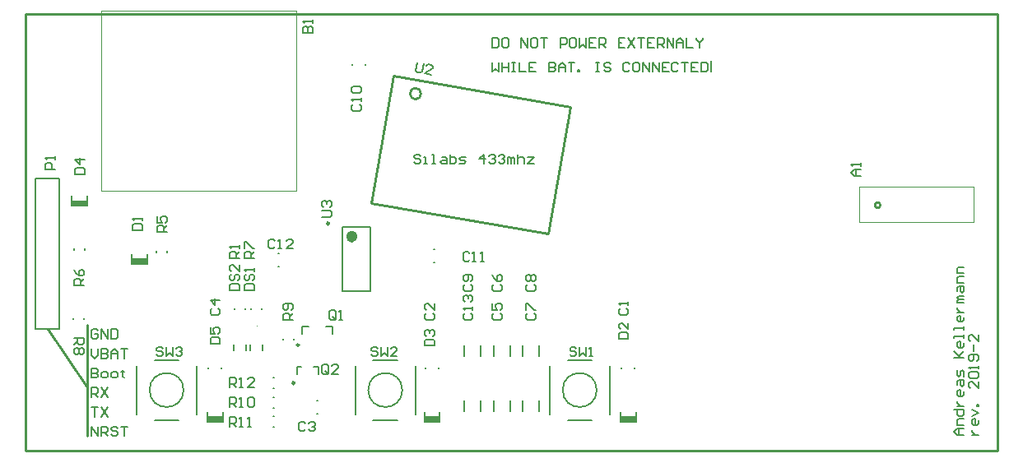
<source format=gto>
G04*
G04 #@! TF.GenerationSoftware,Altium Limited,Altium Designer,19.0.15 (446)*
G04*
G04 Layer_Color=65535*
%FSLAX25Y25*%
%MOIN*%
G70*
G01*
G75*
%ADD10C,0.00500*%
%ADD11C,0.00984*%
%ADD12C,0.00394*%
%ADD13C,0.01000*%
%ADD14C,0.02362*%
%ADD15C,0.00787*%
%ADD16R,0.06299X0.02362*%
D10*
X54134Y14764D02*
G03*
X54134Y14764I-6890J0D01*
G01*
X142717D02*
G03*
X142717Y14764I-6890J0D01*
G01*
X221457D02*
G03*
X221457Y14764I-6890J0D01*
G01*
X42362Y2559D02*
X52126D01*
X59449Y5000D02*
Y24528D01*
X35039Y5000D02*
Y24528D01*
X42362Y26969D02*
X52126D01*
X130945Y2559D02*
X140709D01*
X148031Y5000D02*
Y24528D01*
X123622Y5000D02*
Y24528D01*
X130945Y26969D02*
X140709D01*
X209685Y2559D02*
X219449D01*
X226772Y5000D02*
Y24528D01*
X202362Y5000D02*
Y24528D01*
X209685Y26969D02*
X219449D01*
D11*
X100886Y33071D02*
G03*
X100886Y33071I-492J0D01*
G01*
X99114Y17618D02*
G03*
X99114Y17618I-492J0D01*
G01*
X113130Y82284D02*
G03*
X113130Y82284I-492J0D01*
G01*
D12*
X83942Y40551D02*
G03*
X83942Y40551I-197J0D01*
G01*
X77052D02*
G03*
X77052Y40551I-197J0D01*
G01*
X327756Y97186D02*
X374256Y97186D01*
Y82686D02*
Y97186D01*
X327756Y82686D02*
X374256D01*
X327756D02*
Y97186D01*
X20799Y135390D02*
Y164890D01*
Y168390D01*
X59299D01*
X98299D01*
X99799D01*
Y131890D02*
Y168390D01*
X20799Y131890D02*
Y135390D01*
X99799Y128390D02*
Y131890D01*
X20799Y95390D02*
Y131890D01*
Y95390D02*
X22299D01*
X61299D01*
X99799D01*
Y98890D01*
Y128390D01*
D13*
X150308Y134899D02*
G03*
X150308Y134899I-2236J0D01*
G01*
X336374Y89686D02*
G03*
X336374Y89686I-1118J0D01*
G01*
X14961Y-3937D02*
X14961Y41142D01*
Y15748D02*
Y41142D01*
X-984Y39370D02*
X14961Y15748D01*
X201648Y78025D02*
X210720Y129475D01*
X130114Y90639D02*
X201648Y78025D01*
X130114Y90639D02*
X139186Y142089D01*
X210720Y129475D01*
X-9843Y-9843D02*
X383858D01*
Y167323D01*
X-9843D02*
X383858D01*
X-9843Y-9843D02*
Y167323D01*
D14*
X123465Y76968D02*
G03*
X123465Y76968I-1181J0D01*
G01*
D15*
X98622Y35236D02*
Y35630D01*
X94291Y35236D02*
Y35630D01*
X236910Y23425D02*
Y23819D01*
X231594Y23425D02*
Y23819D01*
X102165Y37350D02*
Y40354D01*
X104724D01*
X114370Y37350D02*
Y40354D01*
X111811D02*
X114370D01*
X90413Y7677D02*
X90807D01*
X90413Y12008D02*
X90807D01*
X157431Y23425D02*
Y23819D01*
X152116Y23425D02*
Y23819D01*
X90413Y-197D02*
X90807D01*
X90413Y4134D02*
X90807D01*
X100000Y21161D02*
Y24311D01*
X101772D01*
X108661Y21161D02*
Y24311D01*
X106890D02*
X108661D01*
X108071Y5217D02*
X108465D01*
X108071Y10531D02*
X108465D01*
X90413Y19882D02*
X90807D01*
X90413Y15551D02*
X90807D01*
X69587Y23425D02*
Y23819D01*
X64272Y23425D02*
Y23819D01*
X63779Y1969D02*
X70079D01*
Y5906D01*
X63779Y1969D02*
Y5906D01*
X151624Y1969D02*
X157923D01*
Y5906D01*
X151624Y1969D02*
Y5906D01*
X231102Y1969D02*
X237402D01*
Y5906D01*
X231102Y1969D02*
Y5906D01*
X167913Y6102D02*
Y10433D01*
X174606Y6102D02*
Y10433D01*
X167913Y28386D02*
Y32717D01*
X174606Y28386D02*
Y32717D01*
X191535Y28386D02*
Y32717D01*
X198228Y28386D02*
Y32717D01*
X81284Y30709D02*
Y33071D01*
X86206Y30709D02*
Y33071D01*
X74395Y30709D02*
Y33071D01*
X79316Y30709D02*
Y33071D01*
X9527Y43504D02*
Y43898D01*
X13858Y43504D02*
Y43898D01*
X179724Y28386D02*
Y32717D01*
X186417Y28386D02*
Y32717D01*
X155315Y66535D02*
X155709D01*
X155315Y71850D02*
X155709D01*
X118347Y54921D02*
Y80905D01*
X129764Y54921D02*
Y80905D01*
X118347D02*
X129764D01*
X118347Y54921D02*
X129764D01*
X191535Y6102D02*
Y10433D01*
X198228Y6102D02*
Y10433D01*
X127657Y146457D02*
Y146850D01*
X122343Y146457D02*
Y146850D01*
X8661Y89478D02*
X14961D01*
Y93415D01*
X8661Y89478D02*
Y93415D01*
X3917Y39469D02*
Y100453D01*
X-5886Y39469D02*
Y100453D01*
Y39469D02*
X3917D01*
X-5886Y100453D02*
X3917D01*
X13976Y71653D02*
Y72047D01*
X9646Y71653D02*
Y72047D01*
X43110Y70669D02*
Y71063D01*
X47441Y70669D02*
Y71063D01*
X33268Y65945D02*
Y69882D01*
X39567Y65945D02*
Y69882D01*
X33268Y65945D02*
X39567D01*
X179724Y6102D02*
Y10433D01*
X186417Y6102D02*
Y10433D01*
X92323Y70177D02*
X92716D01*
X92323Y64862D02*
X92716D01*
X85910Y47441D02*
Y47835D01*
X81580Y47441D02*
Y47835D01*
X74690Y47441D02*
Y47835D01*
X79021Y47441D02*
Y47835D01*
X373360Y-3543D02*
X375984D01*
X374672D01*
X374016Y-2887D01*
X373360Y-2231D01*
Y-1575D01*
X375984Y2360D02*
Y1048D01*
X375328Y392D01*
X374016D01*
X373360Y1048D01*
Y2360D01*
X374016Y3016D01*
X374672D01*
Y392D01*
X373360Y4328D02*
X375984Y5640D01*
X373360Y6952D01*
X375984Y8264D02*
X375328D01*
Y8920D01*
X375984D01*
Y8264D01*
Y18103D02*
Y15480D01*
X373360Y18103D01*
X372705D01*
X372048Y17447D01*
Y16135D01*
X372705Y15480D01*
Y19415D02*
X372048Y20071D01*
Y21383D01*
X372705Y22039D01*
X375328D01*
X375984Y21383D01*
Y20071D01*
X375328Y19415D01*
X372705D01*
X375984Y23351D02*
Y24663D01*
Y24007D01*
X372048D01*
X372705Y23351D01*
X375328Y26631D02*
X375984Y27287D01*
Y28599D01*
X375328Y29254D01*
X372705D01*
X372048Y28599D01*
Y27287D01*
X372705Y26631D01*
X373360D01*
X374016Y27287D01*
Y29254D01*
Y30566D02*
Y33190D01*
X375984Y37126D02*
Y34502D01*
X373360Y37126D01*
X372705D01*
X372048Y36470D01*
Y35158D01*
X372705Y34502D01*
X370079Y-3543D02*
X367455D01*
X366143Y-2231D01*
X367455Y-919D01*
X370079D01*
X368111D01*
Y-3543D01*
X370079Y392D02*
X367455D01*
Y2360D01*
X368111Y3016D01*
X370079D01*
X366143Y6952D02*
X370079D01*
Y4984D01*
X369423Y4328D01*
X368111D01*
X367455Y4984D01*
Y6952D01*
Y8264D02*
X370079D01*
X368767D01*
X368111Y8920D01*
X367455Y9576D01*
Y10232D01*
X370079Y14167D02*
Y12856D01*
X369423Y12200D01*
X368111D01*
X367455Y12856D01*
Y14167D01*
X368111Y14823D01*
X368767D01*
Y12200D01*
X367455Y16791D02*
Y18103D01*
X368111Y18759D01*
X370079D01*
Y16791D01*
X369423Y16135D01*
X368767Y16791D01*
Y18759D01*
X370079Y20071D02*
Y22039D01*
X369423Y22695D01*
X368767Y22039D01*
Y20727D01*
X368111Y20071D01*
X367455Y20727D01*
Y22695D01*
X366143Y27943D02*
X370079D01*
X368767D01*
X366143Y30566D01*
X368111Y28599D01*
X370079Y30566D01*
Y33846D02*
Y32534D01*
X369423Y31878D01*
X368111D01*
X367455Y32534D01*
Y33846D01*
X368111Y34502D01*
X368767D01*
Y31878D01*
X370079Y35814D02*
Y37126D01*
Y36470D01*
X366143D01*
Y35814D01*
X370079Y39094D02*
Y40406D01*
Y39750D01*
X366143D01*
Y39094D01*
X370079Y44342D02*
Y43030D01*
X369423Y42374D01*
X368111D01*
X367455Y43030D01*
Y44342D01*
X368111Y44998D01*
X368767D01*
Y42374D01*
X367455Y46309D02*
X370079D01*
X368767D01*
X368111Y46965D01*
X367455Y47621D01*
Y48277D01*
X370079Y50245D02*
X367455D01*
Y50901D01*
X368111Y51557D01*
X370079D01*
X368111D01*
X367455Y52213D01*
X368111Y52869D01*
X370079D01*
X367455Y54837D02*
Y56149D01*
X368111Y56805D01*
X370079D01*
Y54837D01*
X369423Y54181D01*
X368767Y54837D01*
Y56805D01*
X370079Y58117D02*
X367455D01*
Y60084D01*
X368111Y60741D01*
X370079D01*
Y62052D02*
X367455D01*
Y64020D01*
X368111Y64676D01*
X370079D01*
X179134Y147636D02*
Y143701D01*
X180446Y145013D01*
X181758Y143701D01*
Y147636D01*
X183070D02*
Y143701D01*
Y145669D01*
X185693D01*
Y147636D01*
Y143701D01*
X187005Y147636D02*
X188317D01*
X187661D01*
Y143701D01*
X187005D01*
X188317D01*
X190285Y147636D02*
Y143701D01*
X192909D01*
X196845Y147636D02*
X194221D01*
Y143701D01*
X196845D01*
X194221Y145669D02*
X195533D01*
X202092Y147636D02*
Y143701D01*
X204060D01*
X204716Y144357D01*
Y145013D01*
X204060Y145669D01*
X202092D01*
X204060D01*
X204716Y146325D01*
Y146981D01*
X204060Y147636D01*
X202092D01*
X206028Y143701D02*
Y146325D01*
X207340Y147636D01*
X208652Y146325D01*
Y143701D01*
Y145669D01*
X206028D01*
X209964Y147636D02*
X212588D01*
X211276D01*
Y143701D01*
X213900D02*
Y144357D01*
X214556D01*
Y143701D01*
X213900D01*
X221115Y147636D02*
X222427D01*
X221771D01*
Y143701D01*
X221115D01*
X222427D01*
X227019Y146981D02*
X226363Y147636D01*
X225051D01*
X224395Y146981D01*
Y146325D01*
X225051Y145669D01*
X226363D01*
X227019Y145013D01*
Y144357D01*
X226363Y143701D01*
X225051D01*
X224395Y144357D01*
X234890Y146981D02*
X234234Y147636D01*
X232922D01*
X232266Y146981D01*
Y144357D01*
X232922Y143701D01*
X234234D01*
X234890Y144357D01*
X238170Y147636D02*
X236858D01*
X236202Y146981D01*
Y144357D01*
X236858Y143701D01*
X238170D01*
X238826Y144357D01*
Y146981D01*
X238170Y147636D01*
X240138Y143701D02*
Y147636D01*
X242762Y143701D01*
Y147636D01*
X244074Y143701D02*
Y147636D01*
X246697Y143701D01*
Y147636D01*
X250633D02*
X248009D01*
Y143701D01*
X250633D01*
X248009Y145669D02*
X249321D01*
X254569Y146981D02*
X253913Y147636D01*
X252601D01*
X251945Y146981D01*
Y144357D01*
X252601Y143701D01*
X253913D01*
X254569Y144357D01*
X255881Y147636D02*
X258505D01*
X257193D01*
Y143701D01*
X262440Y147636D02*
X259817D01*
Y143701D01*
X262440D01*
X259817Y145669D02*
X261128D01*
X263752Y147636D02*
Y143701D01*
X265720D01*
X266376Y144357D01*
Y146981D01*
X265720Y147636D01*
X263752D01*
X267688Y145013D02*
Y148293D01*
Y144357D02*
Y143701D01*
X179134Y157479D02*
Y153543D01*
X181102D01*
X181758Y154199D01*
Y156823D01*
X181102Y157479D01*
X179134D01*
X185038D02*
X183726D01*
X183070Y156823D01*
Y154199D01*
X183726Y153543D01*
X185038D01*
X185693Y154199D01*
Y156823D01*
X185038Y157479D01*
X190941Y153543D02*
Y157479D01*
X193565Y153543D01*
Y157479D01*
X196845D02*
X195533D01*
X194877Y156823D01*
Y154199D01*
X195533Y153543D01*
X196845D01*
X197501Y154199D01*
Y156823D01*
X196845Y157479D01*
X198813D02*
X201436D01*
X200125D01*
Y153543D01*
X206684D02*
Y157479D01*
X208652D01*
X209308Y156823D01*
Y155511D01*
X208652Y154855D01*
X206684D01*
X212588Y157479D02*
X211276D01*
X210620Y156823D01*
Y154199D01*
X211276Y153543D01*
X212588D01*
X213244Y154199D01*
Y156823D01*
X212588Y157479D01*
X214556D02*
Y153543D01*
X215867Y154855D01*
X217179Y153543D01*
Y157479D01*
X221115D02*
X218491D01*
Y153543D01*
X221115D01*
X218491Y155511D02*
X219803D01*
X222427Y153543D02*
Y157479D01*
X224395D01*
X225051Y156823D01*
Y155511D01*
X224395Y154855D01*
X222427D01*
X223739D02*
X225051Y153543D01*
X232922Y157479D02*
X230298D01*
Y153543D01*
X232922D01*
X230298Y155511D02*
X231610D01*
X234234Y157479D02*
X236858Y153543D01*
Y157479D02*
X234234Y153543D01*
X238170Y157479D02*
X240794D01*
X239482D01*
Y153543D01*
X244729Y157479D02*
X242106D01*
Y153543D01*
X244729D01*
X242106Y155511D02*
X243418D01*
X246041Y153543D02*
Y157479D01*
X248009D01*
X248665Y156823D01*
Y155511D01*
X248009Y154855D01*
X246041D01*
X247353D02*
X248665Y153543D01*
X249977D02*
Y157479D01*
X252601Y153543D01*
Y157479D01*
X253913Y153543D02*
Y156167D01*
X255225Y157479D01*
X256537Y156167D01*
Y153543D01*
Y155511D01*
X253913D01*
X257849Y157479D02*
Y153543D01*
X260472D01*
X261784Y157479D02*
Y156823D01*
X263096Y155511D01*
X264408Y156823D01*
Y157479D01*
X263096Y155511D02*
Y153543D01*
X150163Y109677D02*
X149507Y110333D01*
X148195D01*
X147539Y109677D01*
Y109021D01*
X148195Y108365D01*
X149507D01*
X150163Y107710D01*
Y107054D01*
X149507Y106398D01*
X148195D01*
X147539Y107054D01*
X151475Y106398D02*
X152787D01*
X152131D01*
Y109021D01*
X151475D01*
X154755Y106398D02*
X156067D01*
X155411D01*
Y110333D01*
X154755D01*
X158691Y109021D02*
X160003D01*
X160659Y108365D01*
Y106398D01*
X158691D01*
X158035Y107054D01*
X158691Y107710D01*
X160659D01*
X161970Y110333D02*
Y106398D01*
X163938D01*
X164594Y107054D01*
Y107710D01*
Y108365D01*
X163938Y109021D01*
X161970D01*
X165906Y106398D02*
X167874D01*
X168530Y107054D01*
X167874Y107710D01*
X166562D01*
X165906Y108365D01*
X166562Y109021D01*
X168530D01*
X175745Y106398D02*
Y110333D01*
X173778Y108365D01*
X176401D01*
X177713Y109677D02*
X178369Y110333D01*
X179681D01*
X180337Y109677D01*
Y109021D01*
X179681Y108365D01*
X179025D01*
X179681D01*
X180337Y107710D01*
Y107054D01*
X179681Y106398D01*
X178369D01*
X177713Y107054D01*
X181649Y109677D02*
X182305Y110333D01*
X183617D01*
X184273Y109677D01*
Y109021D01*
X183617Y108365D01*
X182961D01*
X183617D01*
X184273Y107710D01*
Y107054D01*
X183617Y106398D01*
X182305D01*
X181649Y107054D01*
X185585Y106398D02*
Y109021D01*
X186241D01*
X186897Y108365D01*
Y106398D01*
Y108365D01*
X187553Y109021D01*
X188209Y108365D01*
Y106398D01*
X189521Y110333D02*
Y106398D01*
Y108365D01*
X190176Y109021D01*
X191489D01*
X192144Y108365D01*
Y106398D01*
X193456Y109021D02*
X196080D01*
X193456Y106398D01*
X196080D01*
X16878Y-3937D02*
Y-1D01*
X19502Y-3937D01*
Y-1D01*
X20814Y-3937D02*
Y-1D01*
X22782D01*
X23438Y-657D01*
Y-1969D01*
X22782Y-2625D01*
X20814D01*
X22126D02*
X23438Y-3937D01*
X27373Y-657D02*
X26717Y-1D01*
X25405D01*
X24749Y-657D01*
Y-1313D01*
X25405Y-1969D01*
X26717D01*
X27373Y-2625D01*
Y-3281D01*
X26717Y-3937D01*
X25405D01*
X24749Y-3281D01*
X28685Y-1D02*
X31309D01*
X29997D01*
Y-3937D01*
X16878Y7873D02*
X19502D01*
X18190D01*
Y3937D01*
X20814Y7873D02*
X23438Y3937D01*
Y7873D02*
X20814Y3937D01*
X16878Y11811D02*
Y15747D01*
X18846D01*
X19502Y15091D01*
Y13779D01*
X18846Y13123D01*
X16878D01*
X18190D02*
X19502Y11811D01*
X20814Y15747D02*
X23438Y11811D01*
Y15747D02*
X20814Y11811D01*
X16878Y23621D02*
Y19685D01*
X18846D01*
X19502Y20341D01*
Y20997D01*
X18846Y21653D01*
X16878D01*
X18846D01*
X19502Y22309D01*
Y22965D01*
X18846Y23621D01*
X16878D01*
X21470Y19685D02*
X22782D01*
X23438Y20341D01*
Y21653D01*
X22782Y22309D01*
X21470D01*
X20814Y21653D01*
Y20341D01*
X21470Y19685D01*
X25405D02*
X26717D01*
X27373Y20341D01*
Y21653D01*
X26717Y22309D01*
X25405D01*
X24749Y21653D01*
Y20341D01*
X25405Y19685D01*
X29341Y22965D02*
Y22309D01*
X28685D01*
X29997D01*
X29341D01*
Y20341D01*
X29997Y19685D01*
X16878Y31495D02*
Y28871D01*
X18190Y27559D01*
X19502Y28871D01*
Y31495D01*
X20814D02*
Y27559D01*
X22782D01*
X23438Y28215D01*
Y28871D01*
X22782Y29527D01*
X20814D01*
X22782D01*
X23438Y30183D01*
Y30839D01*
X22782Y31495D01*
X20814D01*
X24749Y27559D02*
Y30183D01*
X26061Y31495D01*
X27373Y30183D01*
Y27559D01*
Y29527D01*
X24749D01*
X28685Y31495D02*
X31309D01*
X29997D01*
Y27559D01*
X19502Y38713D02*
X18846Y39369D01*
X17534D01*
X16878Y38713D01*
Y36089D01*
X17534Y35433D01*
X18846D01*
X19502Y36089D01*
Y37401D01*
X18190D01*
X20814Y35433D02*
Y39369D01*
X23438Y35433D01*
Y39369D01*
X24749D02*
Y35433D01*
X26717D01*
X27373Y36089D01*
Y38713D01*
X26717Y39369D01*
X24749D01*
X72835Y15748D02*
Y19684D01*
X74803D01*
X75459Y19028D01*
Y17716D01*
X74803Y17060D01*
X72835D01*
X74147D02*
X75459Y15748D01*
X76770D02*
X78082D01*
X77426D01*
Y19684D01*
X76770Y19028D01*
X82674Y15748D02*
X80050D01*
X82674Y18372D01*
Y19028D01*
X82018Y19684D01*
X80706D01*
X80050Y19028D01*
X72835Y0D02*
Y3936D01*
X74803D01*
X75459Y3280D01*
Y1968D01*
X74803Y1312D01*
X72835D01*
X74147D02*
X75459Y0D01*
X76770D02*
X78082D01*
X77426D01*
Y3936D01*
X76770Y3280D01*
X80050Y0D02*
X81362D01*
X80706D01*
Y3936D01*
X80050Y3280D01*
X72835Y7874D02*
Y11810D01*
X74803D01*
X75459Y11154D01*
Y9842D01*
X74803Y9186D01*
X72835D01*
X74147D02*
X75459Y7874D01*
X76770D02*
X78082D01*
X77426D01*
Y11810D01*
X76770Y11154D01*
X80050D02*
X80706Y11810D01*
X82018D01*
X82674Y11154D01*
Y8530D01*
X82018Y7874D01*
X80706D01*
X80050Y8530D01*
Y11154D01*
X98425Y43307D02*
X94490D01*
Y45275D01*
X95145Y45931D01*
X96457D01*
X97113Y45275D01*
Y43307D01*
Y44619D02*
X98425Y45931D01*
X97769Y47243D02*
X98425Y47899D01*
Y49211D01*
X97769Y49867D01*
X95145D01*
X94490Y49211D01*
Y47899D01*
X95145Y47243D01*
X95801D01*
X96457Y47899D01*
Y49867D01*
X112860Y21817D02*
Y24441D01*
X112204Y25097D01*
X110892D01*
X110236Y24441D01*
Y21817D01*
X110892Y21161D01*
X112204D01*
X111548Y22473D02*
X112860Y21161D01*
X112204D02*
X112860Y21817D01*
X116796Y21161D02*
X114172D01*
X116796Y23785D01*
Y24441D01*
X116140Y25097D01*
X114828D01*
X114172Y24441D01*
X115754Y43963D02*
Y46587D01*
X115098Y47243D01*
X113786D01*
X113130Y46587D01*
Y43963D01*
X113786Y43307D01*
X115098D01*
X114442Y44619D02*
X115754Y43307D01*
X115098D02*
X115754Y43963D01*
X117066Y43307D02*
X118378D01*
X117722D01*
Y47243D01*
X117066Y46587D01*
X64962Y33465D02*
X68898D01*
Y35432D01*
X68242Y36088D01*
X65618D01*
X64962Y35432D01*
Y33465D01*
Y40024D02*
Y37400D01*
X66930D01*
X66274Y38712D01*
Y39368D01*
X66930Y40024D01*
X68242D01*
X68898Y39368D01*
Y38056D01*
X68242Y37400D01*
X151773Y32717D02*
X155709D01*
Y34684D01*
X155053Y35340D01*
X152429D01*
X151773Y34684D01*
Y32717D01*
X152429Y36652D02*
X151773Y37308D01*
Y38620D01*
X152429Y39276D01*
X153085D01*
X153741Y38620D01*
Y37964D01*
Y38620D01*
X154397Y39276D01*
X155053D01*
X155709Y38620D01*
Y37308D01*
X155053Y36652D01*
X230316Y35433D02*
X234252D01*
Y37401D01*
X233596Y38057D01*
X230972D01*
X230316Y37401D01*
Y35433D01*
X234252Y41993D02*
Y39369D01*
X231628Y41993D01*
X230972D01*
X230316Y41337D01*
Y40025D01*
X230972Y39369D01*
X167980Y45931D02*
X167324Y45275D01*
Y43963D01*
X167980Y43307D01*
X170604D01*
X171260Y43963D01*
Y45275D01*
X170604Y45931D01*
X171260Y47243D02*
Y48555D01*
Y47899D01*
X167324D01*
X167980Y47243D01*
Y50523D02*
X167324Y51179D01*
Y52491D01*
X167980Y53146D01*
X168636D01*
X169292Y52491D01*
Y51834D01*
Y52491D01*
X169948Y53146D01*
X170604D01*
X171260Y52491D01*
Y51179D01*
X170604Y50523D01*
X167980Y57545D02*
X167324Y56889D01*
Y55577D01*
X167980Y54921D01*
X170604D01*
X171260Y55577D01*
Y56889D01*
X170604Y57545D01*
Y58857D02*
X171260Y59513D01*
Y60825D01*
X170604Y61481D01*
X167980D01*
X167324Y60825D01*
Y59513D01*
X167980Y58857D01*
X168636D01*
X169292Y59513D01*
Y61481D01*
X193571Y57545D02*
X192915Y56889D01*
Y55577D01*
X193571Y54921D01*
X196194D01*
X196850Y55577D01*
Y56889D01*
X196194Y57545D01*
X193571Y58857D02*
X192915Y59513D01*
Y60825D01*
X193571Y61481D01*
X194227D01*
X194883Y60825D01*
X195538Y61481D01*
X196194D01*
X196850Y60825D01*
Y59513D01*
X196194Y58857D01*
X195538D01*
X194883Y59513D01*
X194227Y58857D01*
X193571D01*
X194883Y59513D02*
Y60825D01*
X65618Y47899D02*
X64962Y47243D01*
Y45932D01*
X65618Y45276D01*
X68242D01*
X68898Y45932D01*
Y47243D01*
X68242Y47899D01*
X68898Y51179D02*
X64962D01*
X66930Y49211D01*
Y51835D01*
X103510Y1311D02*
X102854Y1967D01*
X101542D01*
X100886Y1311D01*
Y-1312D01*
X101542Y-1969D01*
X102854D01*
X103510Y-1312D01*
X104822Y1311D02*
X105477Y1967D01*
X106789D01*
X107445Y1311D01*
Y655D01*
X106789Y-1D01*
X106133D01*
X106789D01*
X107445Y-657D01*
Y-1312D01*
X106789Y-1969D01*
X105477D01*
X104822Y-1312D01*
X152429Y45931D02*
X151773Y45275D01*
Y43963D01*
X152429Y43307D01*
X155053D01*
X155709Y43963D01*
Y45275D01*
X155053Y45931D01*
X155709Y49867D02*
Y47243D01*
X153085Y49867D01*
X152429D01*
X151773Y49211D01*
Y47899D01*
X152429Y47243D01*
X230972Y47899D02*
X230316Y47243D01*
Y45932D01*
X230972Y45276D01*
X233596D01*
X234252Y45932D01*
Y47243D01*
X233596Y47899D01*
X234252Y49211D02*
Y50523D01*
Y49867D01*
X230316D01*
X230972Y49211D01*
X9724Y35827D02*
X13660D01*
Y33859D01*
X13004Y33203D01*
X11692D01*
X11036Y33859D01*
Y35827D01*
Y34515D02*
X9724Y33203D01*
X13004Y31891D02*
X13660Y31235D01*
Y29923D01*
X13004Y29267D01*
X12348D01*
X11692Y29923D01*
X11036Y29267D01*
X10380D01*
X9724Y29923D01*
Y31235D01*
X10380Y31891D01*
X11036D01*
X11692Y31235D01*
X12348Y31891D01*
X13004D01*
X11692Y31235D02*
Y29923D01*
X122705Y130577D02*
X122048Y129921D01*
Y128609D01*
X122705Y127953D01*
X125328D01*
X125984Y128609D01*
Y129921D01*
X125328Y130577D01*
X125984Y131888D02*
Y133200D01*
Y132545D01*
X122048D01*
X122705Y131888D01*
Y135168D02*
X122048Y135824D01*
Y137136D01*
X122705Y137792D01*
X125328D01*
X125984Y137136D01*
Y135824D01*
X125328Y135168D01*
X122705D01*
X82677Y68308D02*
X78741D01*
Y70276D01*
X79397Y70932D01*
X80709D01*
X81365Y70276D01*
Y68308D01*
Y69620D02*
X82677Y70932D01*
X78741Y72244D02*
Y74868D01*
X79397D01*
X82021Y72244D01*
X82677D01*
X72836Y55118D02*
X76772D01*
Y57086D01*
X76116Y57742D01*
X73492D01*
X72836Y57086D01*
Y55118D01*
X73492Y61678D02*
X72836Y61022D01*
Y59710D01*
X73492Y59054D01*
X74148D01*
X74804Y59710D01*
Y61022D01*
X75460Y61678D01*
X76116D01*
X76772Y61022D01*
Y59710D01*
X76116Y59054D01*
X76772Y65613D02*
Y62990D01*
X74148Y65613D01*
X73492D01*
X72836Y64957D01*
Y63646D01*
X73492Y62990D01*
X47441Y78740D02*
X43505D01*
Y80708D01*
X44161Y81364D01*
X45473D01*
X46129Y80708D01*
Y78740D01*
Y80052D02*
X47441Y81364D01*
X43505Y85300D02*
Y82676D01*
X45473D01*
X44817Y83988D01*
Y84644D01*
X45473Y85300D01*
X46785D01*
X47441Y84644D01*
Y83332D01*
X46785Y82676D01*
X45734Y31666D02*
X45078Y32322D01*
X43766D01*
X43110Y31666D01*
Y31010D01*
X43766Y30354D01*
X45078D01*
X45734Y29698D01*
Y29042D01*
X45078Y28386D01*
X43766D01*
X43110Y29042D01*
X47046Y32322D02*
Y28386D01*
X48358Y29698D01*
X49670Y28386D01*
Y32322D01*
X50982Y31666D02*
X51638Y32322D01*
X52950D01*
X53606Y31666D01*
Y31010D01*
X52950Y30354D01*
X52294D01*
X52950D01*
X53606Y29698D01*
Y29042D01*
X52950Y28386D01*
X51638D01*
X50982Y29042D01*
X132738Y31666D02*
X132081Y32322D01*
X130770D01*
X130114Y31666D01*
Y31010D01*
X130770Y30354D01*
X132081D01*
X132738Y29698D01*
Y29042D01*
X132081Y28386D01*
X130770D01*
X130114Y29042D01*
X134049Y32322D02*
Y28386D01*
X135361Y29698D01*
X136673Y28386D01*
Y32322D01*
X140609Y28386D02*
X137985D01*
X140609Y31010D01*
Y31666D01*
X139953Y32322D01*
X138641D01*
X137985Y31666D01*
X213254D02*
X212598Y32322D01*
X211286D01*
X210630Y31666D01*
Y31010D01*
X211286Y30354D01*
X212598D01*
X213254Y29698D01*
Y29042D01*
X212598Y28386D01*
X211286D01*
X210630Y29042D01*
X214566Y32322D02*
Y28386D01*
X215878Y29698D01*
X217190Y28386D01*
Y32322D01*
X218501Y28386D02*
X219813D01*
X219157D01*
Y32322D01*
X218501Y31666D01*
X78741Y55118D02*
X82677D01*
Y57086D01*
X82021Y57742D01*
X79397D01*
X78741Y57086D01*
Y55118D01*
X79397Y61678D02*
X78741Y61022D01*
Y59710D01*
X79397Y59054D01*
X80053D01*
X80709Y59710D01*
Y61022D01*
X81365Y61678D01*
X82021D01*
X82677Y61022D01*
Y59710D01*
X82021Y59054D01*
X82677Y62990D02*
Y64302D01*
Y63646D01*
X78741D01*
X79397Y62990D01*
X110238Y84961D02*
X113517D01*
X114173Y85617D01*
Y86928D01*
X113517Y87585D01*
X110238D01*
X110893Y88896D02*
X110238Y89552D01*
Y90864D01*
X110893Y91520D01*
X111549D01*
X112205Y90864D01*
Y90208D01*
Y90864D01*
X112861Y91520D01*
X113517D01*
X114173Y90864D01*
Y89552D01*
X113517Y88896D01*
X13780Y57087D02*
X9844D01*
Y59054D01*
X10500Y59710D01*
X11812D01*
X12468Y59054D01*
Y57087D01*
Y58398D02*
X13780Y59710D01*
X9844Y63646D02*
X10500Y62334D01*
X11812Y61022D01*
X13124D01*
X13780Y61678D01*
Y62990D01*
X13124Y63646D01*
X12468D01*
X11812Y62990D01*
Y61022D01*
X76772Y68308D02*
X72836D01*
Y70276D01*
X73492Y70932D01*
X74804D01*
X75460Y70276D01*
Y68308D01*
Y69620D02*
X76772Y70932D01*
Y72244D02*
Y73556D01*
Y72900D01*
X72836D01*
X73492Y72244D01*
X148756Y147577D02*
X148186Y144347D01*
X148718Y143587D01*
X150010Y143359D01*
X150770Y143891D01*
X151340Y147121D01*
X154532Y142562D02*
X151948Y143017D01*
X154988Y145146D01*
X155102Y145792D01*
X154570Y146552D01*
X153278Y146779D01*
X152518Y146247D01*
X1969Y104331D02*
X-1967D01*
Y106299D01*
X-1311Y106955D01*
X1D01*
X657Y106299D01*
Y104331D01*
X1969Y108266D02*
Y109578D01*
Y108922D01*
X-1967D01*
X-1311Y108266D01*
X10041Y102273D02*
X13976D01*
Y104241D01*
X13320Y104897D01*
X10697D01*
X10041Y104241D01*
Y102273D01*
X13976Y108177D02*
X10041D01*
X12009Y106209D01*
Y108833D01*
X33466Y79433D02*
X37402D01*
Y81401D01*
X36746Y82057D01*
X34122D01*
X33466Y81401D01*
Y79433D01*
X37402Y83369D02*
Y84681D01*
Y84025D01*
X33466D01*
X34122Y83369D01*
X91207Y75327D02*
X90551Y75983D01*
X89239D01*
X88583Y75327D01*
Y72703D01*
X89239Y72047D01*
X90551D01*
X91207Y72703D01*
X92518Y72047D02*
X93830D01*
X93174D01*
Y75983D01*
X92518Y75327D01*
X98422Y72047D02*
X95798D01*
X98422Y74671D01*
Y75327D01*
X97766Y75983D01*
X96454D01*
X95798Y75327D01*
X169947Y70209D02*
X169291Y70865D01*
X167979D01*
X167323Y70209D01*
Y67585D01*
X167979Y66929D01*
X169291D01*
X169947Y67585D01*
X171259Y66929D02*
X172571D01*
X171915D01*
Y70865D01*
X171259Y70209D01*
X174538Y66929D02*
X175850D01*
X175194D01*
Y70865D01*
X174538Y70209D01*
X193571Y45931D02*
X192915Y45275D01*
Y43963D01*
X193571Y43307D01*
X196194D01*
X196850Y43963D01*
Y45275D01*
X196194Y45931D01*
X192915Y47243D02*
Y49867D01*
X193571D01*
X196194Y47243D01*
X196850D01*
X179791Y57545D02*
X179135Y56889D01*
Y55577D01*
X179791Y54921D01*
X182415D01*
X183071Y55577D01*
Y56889D01*
X182415Y57545D01*
X179135Y61481D02*
X179791Y60169D01*
X181103Y58857D01*
X182415D01*
X183071Y59513D01*
Y60825D01*
X182415Y61481D01*
X181759D01*
X181103Y60825D01*
Y58857D01*
X179791Y45931D02*
X179135Y45275D01*
Y43963D01*
X179791Y43307D01*
X182415D01*
X183071Y43963D01*
Y45275D01*
X182415Y45931D01*
X179135Y49867D02*
Y47243D01*
X181103D01*
X180447Y48555D01*
Y49211D01*
X181103Y49867D01*
X182415D01*
X183071Y49211D01*
Y47899D01*
X182415Y47243D01*
X102364Y159449D02*
X106299D01*
Y161417D01*
X105643Y162073D01*
X104987D01*
X104331Y161417D01*
Y159449D01*
Y161417D01*
X103675Y162073D01*
X103019D01*
X102364Y161417D01*
Y159449D01*
X106299Y163385D02*
Y164697D01*
Y164041D01*
X102364D01*
X103019Y163385D01*
X328543Y101497D02*
X325920D01*
X324608Y102809D01*
X325920Y104121D01*
X328543D01*
X326575D01*
Y101497D01*
X328543Y105433D02*
Y106745D01*
Y106089D01*
X324608D01*
X325264Y105433D01*
D16*
X66929Y3150D02*
D03*
X154774Y3150D02*
D03*
X234252Y3150D02*
D03*
X11811Y90661D02*
D03*
X36417Y67127D02*
D03*
M02*

</source>
